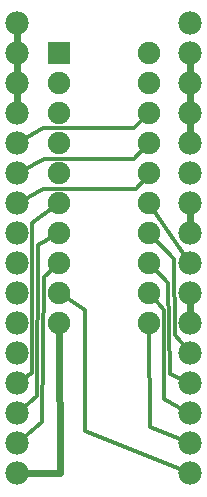
<source format=gbl>
G04 MADE WITH FRITZING*
G04 WWW.FRITZING.ORG*
G04 DOUBLE SIDED*
G04 HOLES PLATED*
G04 CONTOUR ON CENTER OF CONTOUR VECTOR*
%ASAXBY*%
%FSLAX23Y23*%
%MOIN*%
%OFA0B0*%
%SFA1.0B1.0*%
%ADD10C,0.078000*%
%ADD11C,0.075000*%
%ADD12R,0.075000X0.075000*%
%ADD13C,0.012000*%
%ADD14C,0.024000*%
%LNCOPPER0*%
G90*
G70*
G54D10*
X121Y2060D03*
X121Y1960D03*
X121Y1860D03*
X121Y1760D03*
X121Y1660D03*
X121Y1560D03*
X121Y1460D03*
X121Y1360D03*
X121Y1260D03*
X121Y1160D03*
X121Y1060D03*
X121Y960D03*
X121Y860D03*
X121Y760D03*
X121Y660D03*
X121Y560D03*
X700Y2060D03*
X700Y1960D03*
X700Y1860D03*
X700Y1760D03*
X700Y1660D03*
X700Y1560D03*
X700Y1460D03*
X700Y1360D03*
X700Y1260D03*
X700Y1160D03*
X700Y1060D03*
X700Y960D03*
X700Y860D03*
X700Y760D03*
X700Y660D03*
X700Y560D03*
G54D11*
X263Y1960D03*
X563Y1960D03*
X263Y1860D03*
X563Y1860D03*
X263Y1760D03*
X563Y1760D03*
X263Y1660D03*
X563Y1660D03*
X263Y1560D03*
X563Y1560D03*
X263Y1460D03*
X563Y1460D03*
X263Y1360D03*
X563Y1360D03*
X263Y1260D03*
X563Y1260D03*
X263Y1160D03*
X563Y1160D03*
X263Y1060D03*
X563Y1060D03*
G54D12*
X263Y1960D03*
G54D13*
X208Y1509D02*
X138Y1469D01*
D02*
X519Y1509D02*
X208Y1509D01*
D02*
X551Y1546D02*
X519Y1509D01*
D02*
X511Y1608D02*
X211Y1608D01*
D02*
X211Y1608D02*
X138Y1569D01*
D02*
X550Y1647D02*
X511Y1608D01*
D02*
X208Y1711D02*
X137Y1669D01*
D02*
X511Y1711D02*
X208Y1711D01*
D02*
X550Y1748D02*
X511Y1711D01*
D02*
X172Y896D02*
X137Y871D01*
D02*
X172Y1396D02*
X172Y896D01*
D02*
X248Y1450D02*
X172Y1396D01*
D02*
X188Y817D02*
X192Y1321D01*
D02*
X192Y1321D02*
X247Y1351D01*
D02*
X135Y772D02*
X188Y817D01*
D02*
X207Y731D02*
X211Y1215D01*
D02*
X211Y1215D02*
X250Y1248D01*
D02*
X136Y672D02*
X207Y731D01*
G54D14*
D02*
X700Y1079D02*
X700Y1141D01*
D02*
X700Y1379D02*
X700Y1441D01*
G54D13*
D02*
X573Y1445D02*
X689Y1275D01*
D02*
X349Y703D02*
X682Y567D01*
D02*
X349Y1105D02*
X349Y703D01*
D02*
X278Y1150D02*
X349Y1105D01*
D02*
X566Y714D02*
X682Y667D01*
D02*
X563Y1042D02*
X566Y714D01*
D02*
X612Y809D02*
X683Y769D01*
D02*
X612Y1105D02*
X612Y809D01*
D02*
X575Y1147D02*
X612Y1105D01*
D02*
X625Y1195D02*
X633Y892D01*
D02*
X633Y892D02*
X683Y868D01*
D02*
X575Y1247D02*
X625Y1195D01*
D02*
X645Y1274D02*
X575Y1347D01*
D02*
X649Y1022D02*
X645Y1274D01*
D02*
X688Y974D02*
X649Y1022D01*
G54D14*
D02*
X121Y1979D02*
X121Y2041D01*
D02*
X121Y1941D02*
X121Y1879D01*
D02*
X121Y1841D02*
X121Y1779D01*
D02*
X700Y1879D02*
X700Y1941D01*
D02*
X700Y1841D02*
X700Y1779D01*
D02*
X700Y1741D02*
X700Y1679D01*
D02*
X140Y560D02*
X267Y561D01*
D02*
X267Y561D02*
X263Y1042D01*
G04 End of Copper0*
M02*
</source>
